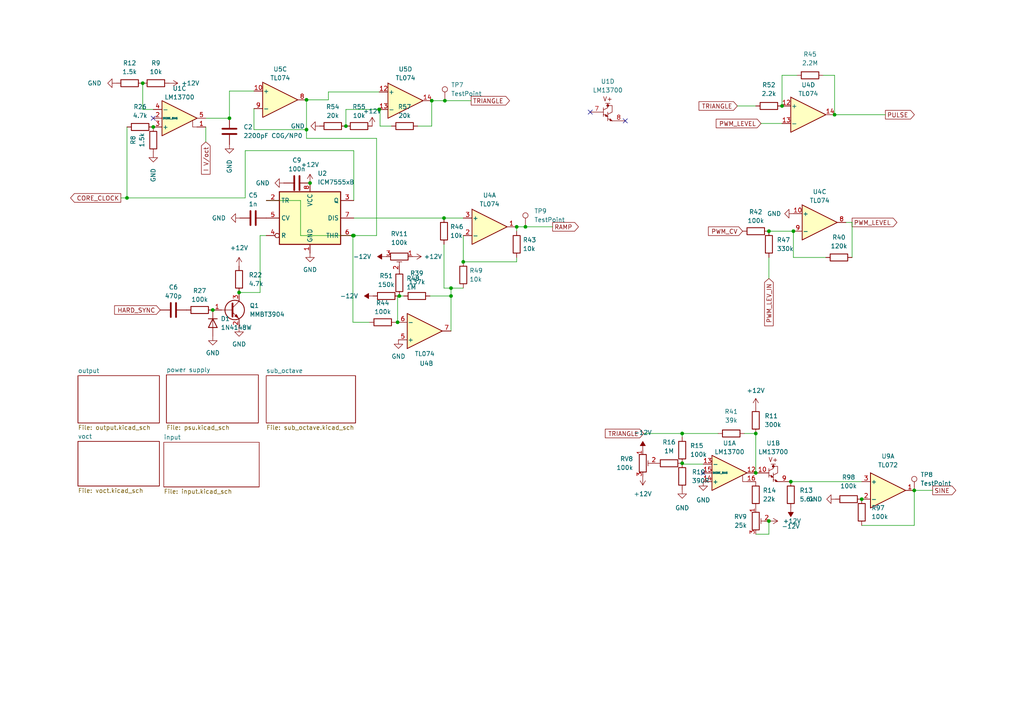
<source format=kicad_sch>
(kicad_sch (version 20250114) (generator "eeschema") (generator_version "9.0")
  (paper "A4")
  (lib_symbols
    (symbol "Amplifier_Operational:LM13700" (pin_names (offset 0.127))
      (property "Reference" "U" (at 3.81 5.08 0))
      (property "Value" "LM13700" (at 5.08 -5.08 0))
      (symbol "LM13700_1_1"
        (polyline (pts (xy 3.81 -0.635) (xy 3.81 -2.54) (xy 5.08 -2.54)))
        (polyline (pts (xy 5.08 0) (xy -5.08 -5.08) (xy -5.08 5.08) (xy 5.08 0)) (stroke (width 0.254)) (fill (type background)))
        (pin input line (at -7.62 2.54 0) (length 2.54) (name "-") (number "13"))
        (pin input line (at -7.62 0 0) (length 2.54) (name "DIODE_BIAS") (number "15"))
        (pin input line (at -7.62 -2.54 0) (length 2.54) (name "+") (number "14"))
        (pin output line (at 7.62 0 180) (length 2.54) (name "~") (number "12"))
        (pin input line (at 7.62 -2.54 180) (length 2.54) (name "~") (number "16"))
      )
      (symbol "LM13700_2_0"
        (polyline (pts (xy -1.905 2.54) (xy -3.175 2.54)))
      )
      (symbol "LM13700_2_1"
        (polyline (pts (xy -3.81 1.27) (xy -3.81 -1.27)))
        (polyline (pts (xy -3.81 0.635) (xy -2.54 1.27) (xy -2.54 1.905) (xy -2.54 2.54)))
        (polyline (pts (xy -3.81 -0.635) (xy -2.54 -1.27)))
        (circle (center -2.54 1.905) (radius 0.254) (stroke (width 0.254)) (fill (type outline)))
        (polyline (pts (xy -2.54 0) (xy -2.54 -2.54)))
        (polyline (pts (xy -2.54 -0.635) (xy -1.27 0) (xy -1.27 1.905) (xy -2.54 1.905)))
        (polyline (pts (xy -2.54 -1.27) (xy -3.175 -0.635) (xy -3.175 -1.27) (xy -2.54 -1.27)) (fill (type outline)))
        (polyline (pts (xy -2.54 -1.905) (xy -1.27 -2.54)))
        (polyline (pts (xy -1.27 -2.54) (xy -1.905 -1.905) (xy -1.905 -2.54) (xy -1.27 -2.54)) (fill (type outline)))
        (text "V+" (at -2.54 3.81 0) (effects (font (size 1.27 1.27))))
        (pin input line (at -7.62 0 0) (length 3.81) (name "~") (number "10"))
        (pin output line (at 2.54 -2.54 180) (length 3.81) (name "~") (number "9"))
      )
      (symbol "LM13700_3_1"
        (polyline (pts (xy 3.81 -0.635) (xy 3.81 -2.54) (xy 5.08 -2.54)))
        (polyline (pts (xy 5.08 0) (xy -5.08 -5.08) (xy -5.08 5.08) (xy 5.08 0)) (stroke (width 0.254)) (fill (type background)))
        (pin input line (at -7.62 2.54 0) (length 2.54) (name "-") (number "4"))
        (pin input line (at -7.62 0 0) (length 2.54) (name "DIODE_BIAS") (number "2"))
        (pin input line (at -7.62 -2.54 0) (length 2.54) (name "+") (number "3"))
        (pin output line (at 7.62 0 180) (length 2.54) (name "~") (number "5"))
        (pin input line (at 7.62 -2.54 180) (length 2.54) (name "~") (number "1"))
      )
      (symbol "LM13700_4_0"
        (polyline (pts (xy -3.175 2.54) (xy -1.905 2.54)))
        (text "V+" (at -2.54 3.81 0) (effects (font (size 1.27 1.27))))
      )
      (symbol "LM13700_4_1"
        (polyline (pts (xy -3.81 1.27) (xy -3.81 -1.27)))
        (polyline (pts (xy -3.81 0.635) (xy -2.54 1.27) (xy -2.54 2.54)))
        (polyline (pts (xy -3.81 -0.635) (xy -2.54 -1.27)))
        (circle (center -2.54 1.905) (radius 0.254) (stroke (width 0.254)) (fill (type outline)))
        (polyline (pts (xy -2.54 0) (xy -2.54 -2.54)))
        (polyline (pts (xy -2.54 -0.635) (xy -1.27 0) (xy -1.27 1.905) (xy -2.54 1.905)))
        (polyline (pts (xy -2.54 -1.27) (xy -3.175 -0.635) (xy -3.175 -1.27) (xy -2.54 -1.27)) (fill (type outline)))
        (polyline (pts (xy -2.54 -1.905) (xy -1.27 -2.54)))
        (polyline (pts (xy -1.27 -2.54) (xy -1.905 -1.905) (xy -1.905 -2.54) (xy -1.27 -2.54)) (fill (type outline)))
        (pin input line (at -7.62 0 0) (length 3.81) (name "~") (number "7"))
        (pin output line (at 2.54 -2.54 180) (length 3.81) (name "~") (number "8"))
      )
      (symbol "LM13700_5_1"
        (pin power_in line (at -2.54 7.62 270) (length 3.81) (name "V+") (number "11"))
        (pin power_in line (at -2.54 -7.62 90) (length 3.81) (name "V-") (number "6"))
      )
    )
    (symbol "Amplifier_Operational:TL072" (pin_names (offset 0.127))
      (property "Reference" "U" (at 0 5.08 0))
      (property "Value" "TL072" (at 0 -5.08 0))
      (symbol "TL072_1_1"
        (polyline (pts (xy -5.08 5.08) (xy 5.08 0) (xy -5.08 -5.08) (xy -5.08 5.08)) (stroke (width 0.254)) (fill (type background)))
        (pin input line (at -7.62 2.54 0) (length 2.54) (name "+") (number "3"))
        (pin input line (at -7.62 -2.54 0) (length 2.54) (name "-") (number "2"))
        (pin output line (at 7.62 0 180) (length 2.54) (name "~") (number "1"))
      )
      (symbol "TL072_2_1"
        (polyline (pts (xy -5.08 5.08) (xy 5.08 0) (xy -5.08 -5.08) (xy -5.08 5.08)) (stroke (width 0.254)) (fill (type background)))
        (pin input line (at -7.62 2.54 0) (length 2.54) (name "+") (number "5"))
        (pin input line (at -7.62 -2.54 0) (length 2.54) (name "-") (number "6"))
        (pin output line (at 7.62 0 180) (length 2.54) (name "~") (number "7"))
      )
      (symbol "TL072_3_1"
        (pin power_in line (at -2.54 7.62 270) (length 3.81) (name "V+") (number "8"))
        (pin power_in line (at -2.54 -7.62 90) (length 3.81) (name "V-") (number "4"))
      )
    )
    (symbol "Amplifier_Operational:TL074" (pin_names (offset 0.127))
      (property "Reference" "U" (at 0 5.08 0))
      (property "Value" "TL074" (at 0 -5.08 0))
      (symbol "TL074_1_1"
        (polyline (pts (xy -5.08 5.08) (xy 5.08 0) (xy -5.08 -5.08) (xy -5.08 5.08)) (stroke (width 0.254)) (fill (type background)))
        (pin input line (at -7.62 2.54 0) (length 2.54) (name "+") (number "3"))
        (pin input line (at -7.62 -2.54 0) (length 2.54) (name "-") (number "2"))
        (pin output line (at 7.62 0 180) (length 2.54) (name "~") (number "1"))
      )
      (symbol "TL074_2_1"
        (polyline (pts (xy -5.08 5.08) (xy 5.08 0) (xy -5.08 -5.08) (xy -5.08 5.08)) (stroke (width 0.254)) (fill (type background)))
        (pin input line (at -7.62 2.54 0) (length 2.54) (name "+") (number "5"))
        (pin input line (at -7.62 -2.54 0) (length 2.54) (name "-") (number "6"))
        (pin output line (at 7.62 0 180) (length 2.54) (name "~") (number "7"))
      )
      (symbol "TL074_3_1"
        (polyline (pts (xy -5.08 5.08) (xy 5.08 0) (xy -5.08 -5.08) (xy -5.08 5.08)) (stroke (width 0.254)) (fill (type background)))
        (pin input line (at -7.62 2.54 0) (length 2.54) (name "+") (number "10"))
        (pin input line (at -7.62 -2.54 0) (length 2.54) (name "-") (number "9"))
        (pin output line (at 7.62 0 180) (length 2.54) (name "~") (number "8"))
      )
      (symbol "TL074_4_1"
        (polyline (pts (xy -5.08 5.08) (xy 5.08 0) (xy -5.08 -5.08) (xy -5.08 5.08)) (stroke (width 0.254)) (fill (type background)))
        (pin input line (at -7.62 2.54 0) (length 2.54) (name "+") (number "12"))
        (pin input line (at -7.62 -2.54 0) (length 2.54) (name "-") (number "13"))
        (pin output line (at 7.62 0 180) (length 2.54) (name "~") (number "14"))
      )
      (symbol "TL074_5_1"
        (pin power_in line (at -2.54 7.62 270) (length 3.81) (name "V+") (number "4"))
        (pin power_in line (at -2.54 -7.62 90) (length 3.81) (name "V-") (number "11"))
      )
    )
    (symbol "Connector:TestPoint" (pin_numbers (hide yes)) (pin_names (offset 0.762) (hide yes))
      (property "Reference" "TP" (at 0 6.858 0))
      (property "Value" "TestPoint" (at 0 5.08 0))
      (symbol "TestPoint_0_1"
        (circle (center 0 3.302) (radius 0.762))
      )
      (symbol "TestPoint_1_1"
        (pin passive line (at 0 0 90) (length 2.54) (name "1") (number "1"))
      )
    )
    (symbol "Device:C" (pin_numbers (hide yes)) (pin_names (offset 0.254))
      (property "Reference" "C" (at 0.635 2.54 0))
      (property "Value" "C" (at 0.635 -2.54 0))
      (symbol "C_0_1"
        (polyline (pts (xy -2.032 0.762) (xy 2.032 0.762)) (stroke (width 0.508)))
        (polyline (pts (xy -2.032 -0.762) (xy 2.032 -0.762)) (stroke (width 0.508)))
      )
      (symbol "C_1_1"
        (pin passive line (at 0 3.81 270) (length 2.794) (name "~") (number "1"))
        (pin passive line (at 0 -3.81 90) (length 2.794) (name "~") (number "2"))
      )
    )
    (symbol "Device:R" (pin_numbers (hide yes)) (pin_names (offset 0))
      (property "Reference" "R" (at 2.032 0 90))
      (property "Value" "R" (at 0 0 90))
      (symbol "R_0_1"
        (rectangle (start -1.016 -2.54) (end 1.016 2.54) (stroke (width 0.254)))
      )
      (symbol "R_1_1"
        (pin passive line (at 0 3.81 270) (length 1.27) (name "~") (number "1"))
        (pin passive line (at 0 -3.81 90) (length 1.27) (name "~") (number "2"))
      )
    )
    (symbol "Device:R_Potentiometer_Trim" (pin_names (offset 1.016) (hide yes))
      (property "Reference" "RV" (at -4.445 0 90))
      (property "Value" "R_Potentiometer_Trim" (at -2.54 0 90))
      (symbol "R_Potentiometer_Trim_0_1"
        (rectangle (start 1.016 2.54) (end -1.016 -2.54) (stroke (width 0.254)))
        (polyline (pts (xy 1.524 0.762) (xy 1.524 -0.762)))
        (polyline (pts (xy 2.54 0) (xy 1.524 0)))
      )
      (symbol "R_Potentiometer_Trim_1_1"
        (pin passive line (at 0 3.81 270) (length 1.27) (name "1") (number "1"))
        (pin passive line (at 0 -3.81 90) (length 1.27) (name "3") (number "3"))
        (pin passive line (at 3.81 0 180) (length 1.27) (name "2") (number "2"))
      )
    )
    (symbol "Diode:1N4148W" (pin_numbers (hide yes)) (pin_names (hide yes))
      (property "Reference" "D" (at 0 2.54 0))
      (property "Value" "1N4148W" (at 0 -2.54 0))
      (symbol "1N4148W_0_1"
        (polyline (pts (xy -1.27 1.27) (xy -1.27 -1.27)) (stroke (width 0.254)))
        (polyline (pts (xy 1.27 1.27) (xy 1.27 -1.27) (xy -1.27 0) (xy 1.27 1.27)) (stroke (width 0.254)))
        (polyline (pts (xy 1.27 0) (xy -1.27 0)))
      )
      (symbol "1N4148W_1_1"
        (pin passive line (at -3.81 0 0) (length 2.54) (name "K") (number "1"))
        (pin passive line (at 3.81 0 180) (length 2.54) (name "A") (number "2"))
      )
    )
    (symbol "EuroRackTools:+12V" (power) (pin_names (offset 0))
      (property "Value" "+12V" (at 0 3.556 0))
      (symbol "+12V_0_1"
        (polyline (pts (xy -0.762 1.27) (xy 0 2.54)))
        (polyline (pts (xy 0 2.54) (xy 0.762 1.27)))
        (polyline (pts (xy 0 0) (xy 0 2.54)))
      )
      (symbol "+12V_1_1"
        (pin power_in line (at 0 0 90) (length 0) (hide yes) (name "+12V") (number "1"))
      )
    )
    (symbol "EuroRackTools:-12V" (power) (pin_names (offset 0))
      (property "Value" "-12V" (at 0 3.81 0))
      (symbol "-12V_0_0"
        (pin power_in line (at 0 0 90) (length 0) (hide yes) (name "-12V") (number "1"))
      )
      (symbol "-12V_0_1"
        (polyline (pts (xy 0 0) (xy 0 1.27) (xy 0.762 1.27) (xy 0 2.54) (xy -0.762 1.27) (xy 0 1.27)) (fill (type outline)))
      )
    )
    (symbol "EuroRackTools:GND" (power) (pin_names (offset 0))
      (property "Value" "GND" (at 0 -3.81 0))
      (symbol "GND_0_1"
        (polyline (pts (xy 0 0) (xy 0 -1.27) (xy 1.27 -1.27) (xy 0 -2.54) (xy -1.27 -1.27) (xy 0 -1.27)))
      )
      (symbol "GND_1_1"
        (pin power_in line (at 0 0 270) (length 0) (hide yes) (name "GND") (number "1"))
      )
    )
    (symbol "Timer:ICM7555xB"
      (property "Reference" "U" (at -10.16 8.89 0))
      (property "Value" "ICM7555xB" (at 2.54 8.89 0))
      (symbol "ICM7555xB_0_0"
        (pin power_in line (at 0 10.16 270) (length 2.54) (name "VCC") (number "8"))
        (pin power_in line (at 0 -10.16 90) (length 2.54) (name "GND") (number "1"))
      )
      (symbol "ICM7555xB_0_1"
        (rectangle (start -8.89 -7.62) (end 8.89 7.62) (stroke (width 0.254)) (fill (type background)))
        (rectangle (start -8.89 -7.62) (end 8.89 7.62) (stroke (width 0.254)) (fill (type background)))
      )
      (symbol "ICM7555xB_1_1"
        (pin input line (at -12.7 5.08 0) (length 3.81) (name "TR") (number "2"))
        (pin input line (at -12.7 0 0) (length 3.81) (name "CV") (number "5"))
        (pin input inverted (at -12.7 -5.08 0) (length 3.81) (name "R") (number "4"))
        (pin output line (at 12.7 5.08 180) (length 3.81) (name "Q") (number "3"))
        (pin input line (at 12.7 0 180) (length 3.81) (name "DIS") (number "7"))
        (pin input line (at 12.7 -5.08 180) (length 3.81) (name "THR") (number "6"))
      )
    )
    (symbol "Transistor_BJT:MMBT3904" (pin_names (offset 0) (hide yes))
      (property "Reference" "Q" (at 5.08 1.905 0))
      (property "Value" "MMBT3904" (at 5.08 0 0))
      (symbol "MMBT3904_0_1"
        (polyline (pts (xy -2.54 0) (xy 0.635 0)))
        (polyline (pts (xy 0.635 1.905) (xy 0.635 -1.905)) (stroke (width 0.508)))
        (circle (center 1.27 0) (radius 2.8194) (stroke (width 0.254)))
      )
      (symbol "MMBT3904_1_1"
        (polyline (pts (xy 0.635 0.635) (xy 2.54 2.54)))
        (polyline (pts (xy 0.635 -0.635) (xy 2.54 -2.54)))
        (polyline (pts (xy 1.27 -1.778) (xy 1.778 -1.27) (xy 2.286 -2.286) (xy 1.27 -1.778)) (fill (type outline)))
        (pin input line (at -5.08 0 0) (length 2.54) (name "B") (number "1"))
        (pin passive line (at 2.54 5.08 270) (length 2.54) (name "C") (number "3"))
        (pin passive line (at 2.54 -5.08 90) (length 2.54) (name "E") (number "2"))
      )
    )
  )
  (junction (at 197.866 125.73))
  (junction (at 226.822 30.734))
  (junction (at 128.778 63.246))
  (junction (at 100.33 36.576))
  (junction (at 130.81 83.566))
  (junction (at 130.81 85.852))
  (junction (at 115.316 93.472))
  (junction (at 223.012 67.056))
  (junction (at 109.982 31.75))
  (junction (at 219.202 137.16))
  (junction (at 149.86 65.786))
  (junction (at 230.124 67.056))
  (junction (at 134.366 75.946))
  (junction (at 44.45 36.83))
  (junction (at 129.032 29.21))
  (junction (at 223.012 151.13))
  (junction (at 61.722 89.916))
  (junction (at 88.9 28.956))
  (junction (at 102.362 68.326))
  (junction (at 249.936 144.78))
  (junction (at 41.402 24.13))
  (junction (at 229.362 139.7))
  (junction (at 265.176 142.24))
  (junction (at 125.222 29.21))
  (junction (at 219.202 125.73))
  (junction (at 69.342 84.836))
  (junction (at 102.616 68.326))
  (junction (at 89.916 53.086))
  (junction (at 88.9 37.592))
  (junction (at 115.824 85.852))
  (junction (at 242.062 33.274))
  (junction (at 152.4 65.786))
  (junction (at 36.83 57.404))
  (junction (at 197.866 134.366))
  (junction (at 66.548 34.29))
  (no_connect (at 203.962 137.16))
  (no_connect (at 181.356 35.052))
  (no_connect (at 171.196 32.512))
  (no_connect (at 44.45 34.29))
  (wire (pts (xy 102.616 43.688) (xy 71.12 43.688)))
  (wire (pts (xy 213.868 30.734) (xy 219.202 30.734)))
  (wire (pts (xy 226.822 21.844) (xy 231.14 21.844)))
  (wire (pts (xy 114.808 93.472) (xy 115.316 93.472)))
  (wire (pts (xy 230.124 74.676) (xy 230.124 67.056)))
  (wire (pts (xy 226.822 30.734) (xy 226.822 21.844)))
  (wire (pts (xy 110.236 36.576) (xy 110.236 31.75)))
  (wire (pts (xy 197.866 125.73) (xy 208.28 125.73)))
  (wire (pts (xy 115.316 93.472) (xy 115.57 93.472)))
  (wire (pts (xy 121.158 36.576) (xy 125.222 36.576)))
  (wire (pts (xy 149.86 65.786) (xy 152.4 65.786)))
  (wire (pts (xy 223.012 74.676) (xy 223.012 80.772)))
  (wire (pts (xy 115.824 85.852) (xy 117.094 85.852)))
  (wire (pts (xy 102.616 58.166) (xy 102.616 43.688)))
  (wire (pts (xy 87.1787 68.326) (xy 102.362 68.326)))
  (wire (pts (xy 249.936 152.4) (xy 265.176 152.4)))
  (wire (pts (xy 102.362 68.326) (xy 102.616 68.326)))
  (wire (pts (xy 242.062 21.844) (xy 242.062 33.274)))
  (wire (pts (xy 66.548 26.416) (xy 66.548 34.29)))
  (wire (pts (xy 69.342 84.836) (xy 75.438 84.836)))
  (wire (pts (xy 73.66 26.416) (xy 66.548 26.416)))
  (wire (pts (xy 110.236 31.75) (xy 109.982 31.75)))
  (wire (pts (xy 129.032 29.21) (xy 136.652 29.21)))
  (wire (pts (xy 109.22 68.326) (xy 109.22 40.132)))
  (wire (pts (xy 73.66 37.592) (xy 88.9 37.592)))
  (wire (pts (xy 125.222 36.576) (xy 125.222 29.21)))
  (wire (pts (xy 229.362 139.7) (xy 249.936 139.7)))
  (wire (pts (xy 219.202 154.94) (xy 223.012 154.94)))
  (wire (pts (xy 44.45 31.75) (xy 41.402 31.75)))
  (wire (pts (xy 215.9 125.73) (xy 219.202 125.73)))
  (wire (pts (xy 223.012 154.94) (xy 223.012 151.13)))
  (wire (pts (xy 35.052 57.404) (xy 36.83 57.404)))
  (wire (pts (xy 71.12 57.404) (xy 36.83 57.404)))
  (wire (pts (xy 102.616 63.246) (xy 128.778 63.246)))
  (wire (pts (xy 203.962 134.62) (xy 197.866 134.62)))
  (wire (pts (xy 102.616 68.326) (xy 109.22 68.326)))
  (wire (pts (xy 220.726 35.814) (xy 226.822 35.814)))
  (wire (pts (xy 115.316 85.852) (xy 115.824 85.852)))
  (wire (pts (xy 245.364 64.516) (xy 247.142 64.516)))
  (wire (pts (xy 134.366 75.946) (xy 134.366 68.326)))
  (wire (pts (xy 265.176 152.4) (xy 265.176 142.24)))
  (wire (pts (xy 247.142 64.516) (xy 247.142 74.676)))
  (wire (pts (xy 88.9 40.132) (xy 88.9 37.592)))
  (wire (pts (xy 36.83 57.404) (xy 36.83 36.83)))
  (wire (pts (xy 109.982 31.75) (xy 100.33 31.75)))
  (wire (pts (xy 149.606 65.786) (xy 149.86 65.786)))
  (wire (pts (xy 73.66 31.496) (xy 73.66 37.592)))
  (wire (pts (xy 124.714 85.852) (xy 130.81 85.852)))
  (wire (pts (xy 265.176 142.24) (xy 270.51 142.24)))
  (wire (pts (xy 115.316 93.472) (xy 115.316 85.852)))
  (wire (pts (xy 71.12 43.688) (xy 71.12 57.404)))
  (wire (pts (xy 128.778 70.866) (xy 128.778 83.566)))
  (wire (pts (xy 223.012 67.056) (xy 230.124 67.056)))
  (wire (pts (xy 59.69 34.29) (xy 66.548 34.29)))
  (wire (pts (xy 242.062 33.274) (xy 256.794 33.274)))
  (wire (pts (xy 109.982 26.67) (xy 95.25 26.67)))
  (wire (pts (xy 128.778 63.246) (xy 134.366 63.246)))
  (wire (pts (xy 41.402 31.75) (xy 41.402 24.13)))
  (wire (pts (xy 75.438 68.326) (xy 75.438 84.836)))
  (wire (pts (xy 152.4 65.786) (xy 160.274 65.786)))
  (wire (pts (xy 59.69 36.83) (xy 59.69 41.148)))
  (wire (pts (xy 109.22 40.132) (xy 88.9 40.132)))
  (wire (pts (xy 88.9 28.956) (xy 95.25 28.956)))
  (wire (pts (xy 95.25 26.67) (xy 95.25 28.956)))
  (wire (pts (xy 130.81 83.566) (xy 130.81 85.852)))
  (wire (pts (xy 197.866 125.73) (xy 197.866 126.746)))
  (wire (pts (xy 125.222 29.21) (xy 129.032 29.21)))
  (wire (pts (xy 113.538 36.576) (xy 110.236 36.576)))
  (wire (pts (xy 100.33 31.75) (xy 100.33 36.576)))
  (wire (pts (xy 238.76 21.844) (xy 242.062 21.844)))
  (wire (pts (xy 239.522 74.676) (xy 230.124 74.676)))
  (wire (pts (xy 102.362 68.326) (xy 102.362 93.472)))
  (wire (pts (xy 128.778 83.566) (xy 130.81 83.566)))
  (wire (pts (xy 130.81 85.852) (xy 130.81 96.012)))
  (wire (pts (xy 149.86 65.786) (xy 149.86 67.056)))
  (wire (pts (xy 149.86 74.676) (xy 149.86 75.946)))
  (wire (pts (xy 134.366 75.946) (xy 149.86 75.946)))
  (wire (pts (xy 219.202 125.73) (xy 219.202 137.16)))
  (wire (pts (xy 130.81 83.566) (xy 134.366 83.566)))
  (wire (pts (xy 77.216 68.326) (xy 75.438 68.326)))
  (wire (pts (xy 102.362 93.472) (xy 107.188 93.472)))
  (wire (pts (xy 186.69 125.73) (xy 197.866 125.73)))
  (wire (pts (xy 87.1787 68.326) (xy 87.1787 58.166)))
  (wire (pts (xy 88.9 37.592) (xy 88.9 28.956)))
  (wire (pts (xy 197.866 134.62) (xy 197.866 134.366)))
  (wire (pts (xy 87.1787 58.166) (xy 77.216 58.166)))
  (global_label "RAMP" (shape output) (at 160.274 65.786 0) (property "Intersheetrefs" "${INTERSHEET_REFS}" (effects (hide yes))))
  (global_label "TRIANGLE" (shape input) (at 213.868 30.734 180) (property "Intersheetrefs" "${INTERSHEET_REFS}" (effects (hide yes))))
  (global_label "PWM_LEVEL" (shape input) (at 220.726 35.814 180) (property "Intersheetrefs" "${INTERSHEET_REFS}" (effects (hide yes))))
  (global_label "PWM_LEV_IN" (shape input) (at 223.012 80.772 270) (property "Intersheetrefs" "${INTERSHEET_REFS}" (effects (hide yes))))
  (global_label "TRIANGLE" (shape input) (at 186.69 125.73 180) (property "Intersheetrefs" "${INTERSHEET_REFS}" (effects (hide yes))))
  (global_label "CORE_CLOCK" (shape output) (at 35.052 57.404 180) (property "Intersheetrefs" "${INTERSHEET_REFS}" (effects (hide yes))))
  (global_label "PWM_LEVEL" (shape output) (at 247.142 64.516 0) (property "Intersheetrefs" "${INTERSHEET_REFS}" (effects (hide yes))))
  (global_label "PWM_CV" (shape input) (at 215.392 67.056 180) (property "Intersheetrefs" "${INTERSHEET_REFS}" (effects (hide yes))))
  (global_label "SINE" (shape output) (at 270.51 142.24 0) (property "Intersheetrefs" "${INTERSHEET_REFS}" (effects (hide yes))))
  (global_label "TRIANGLE" (shape output) (at 136.652 29.21 0) (property "Intersheetrefs" "${INTERSHEET_REFS}" (effects (hide yes))))
  (global_label "I V{slash}oct" (shape input) (at 59.69 41.148 270) (property "Intersheetrefs" "${INTERSHEET_REFS}" (effects (hide yes))))
  (global_label "HARD_SYNC" (shape input) (at 46.482 89.916 180) (property "Intersheetrefs" "${INTERSHEET_REFS}" (effects (hide yes))))
  (global_label "PULSE" (shape output) (at 256.794 33.274 0) (property "Intersheetrefs" "${INTERSHEET_REFS}" (effects (hide yes))))
  (symbol (lib_id "Device:R") (at 243.332 74.676 270) (unit 1)
    (property "Reference" "R40" (at 243.332 68.834 90))
    (property "Value" "120k" (at 243.332 71.374 90))
    (property "Footprint" "Resistor_SMD:R_0603_1608Metric_Pad0.98x0.95mm_HandSolder" (effects (hide yes)))
    (property "Description" "Resistor" (effects (hide yes)))
  )
  (symbol (lib_id "Device:R") (at 115.824 82.042 180) (unit 1)
    (property "Reference" "R48" (at 117.856 80.7719 0) (effects (justify right)))
    (property "Value" "1M" (at 117.856 83.3119 0) (effects (justify right)))
    (property "Footprint" "Resistor_SMD:R_0603_1608Metric_Pad0.98x0.95mm_HandSolder" (effects (hide yes)))
    (property "Description" "Resistor" (effects (hide yes)))
  )
  (symbol (lib_id "Device:R") (at 104.14 36.576 90) (unit 1)
    (property "Reference" "R55" (at 104.14 30.988 90))
    (property "Value" "10k" (at 104.14 33.528 90))
    (property "Footprint" "Resistor_SMD:R_0603_1608Metric_Pad0.98x0.95mm_HandSolder" (effects (hide yes)))
    (property "Description" "Resistor" (effects (hide yes)))
  )
  (symbol (lib_id "Device:R_Potentiometer_Trim") (at 115.824 74.422 270) (unit 1)
    (property "Reference" "RV11" (at 115.824 67.818 90))
    (property "Value" "100k" (at 115.824 70.358 90))
    (property "Footprint" "Potentiometer_SMD:Potentiometer_Bourns_3214X_Vertical" (effects (hide yes)))
    (property "Description" "Ramp Connect" (effects (hide yes)))
  )
  (symbol (lib_id "EuroRackTools:+12V") (at 107.95 36.576 0) (unit 1)
    (property "Reference" "#PWR040" (effects (hide yes)))
    (property "Value" "+12V" (at 107.95 32.258 0))
    (property "Description" "Power symbol creates a global label with name \"+12V\"" (effects (hide yes)))
  )
  (symbol (lib_id "Device:R") (at 120.904 85.852 90) (unit 1)
    (property "Reference" "R39" (at 120.904 79.248 90))
    (property "Value" "137k" (at 120.904 81.788 90))
    (property "Footprint" "Resistor_SMD:R_0603_1608Metric_Pad0.98x0.95mm_HandSolder" (effects (hide yes)))
    (property "Description" "Resistor" (effects (hide yes)))
  )
  (symbol (lib_id "EuroRackTools:+12V") (at 49.022 24.13 270) (unit 1)
    (property "Reference" "#PWR036" (effects (hide yes)))
    (property "Value" "+12V" (at 52.578 24.1299 90) (effects (justify left)))
    (property "Description" "Power symbol creates a global label with name \"+12V\"" (effects (hide yes)))
  )
  (symbol (lib_id "EuroRackTools:GND") (at 92.71 36.576 270) (unit 1)
    (property "Reference" "#PWR039" (effects (hide yes)))
    (property "Value" "GND" (at 88.392 36.5759 90) (effects (justify right)))
    (property "Description" "Power symbol creates a global label with name \"GND\" , ground" (effects (hide yes)))
  )
  (symbol (lib_id "Amplifier_Operational:LM13700") (at 211.582 137.16 0) (unit 1)
    (property "Reference" "U1" (at 211.582 128.524 0))
    (property "Value" "LM13700" (at 211.582 131.064 0))
    (property "Footprint" "Package_SO:SOIC-16_3.9x9.9mm_P1.27mm" (effects (hide yes)))
    (property "Datasheet" "http://www.ti.com/lit/ds/symlink/lm13700.pdf" (effects (hide yes)))
    (property "Description" "Dual Operational Transconductance Amplifiers with Linearizing Diodes and Buffers, DIP-16/SOIC-16" (effects (hide yes)))
  )
  (symbol (lib_id "Device:R") (at 112.014 85.852 90) (unit 1)
    (property "Reference" "R51" (at 112.014 80.01 90))
    (property "Value" "150k" (at 112.014 82.55 90))
    (property "Footprint" "Resistor_SMD:R_0603_1608Metric_Pad0.98x0.95mm_HandSolder" (effects (hide yes)))
    (property "Description" "Resistor" (effects (hide yes)))
  )
  (symbol (lib_id "Device:R") (at 197.866 138.176 180) (unit 1)
    (property "Reference" "R10" (at 200.66 136.9059 0) (effects (justify right)))
    (property "Value" "390R" (at 200.66 139.4459 0) (effects (justify right)))
    (property "Footprint" "Resistor_SMD:R_0603_1608Metric_Pad0.98x0.95mm_HandSolder" (effects (hide yes)))
    (property "Description" "Resistor" (effects (hide yes)))
  )
  (symbol (lib_id "EuroRackTools:GND") (at 82.296 53.086 270) (unit 1)
    (property "Reference" "#PWR013" (effects (hide yes)))
    (property "Value" "GND" (at 78.232 53.0859 90) (effects (justify right)))
    (property "Description" "Power symbol creates a global label with name \"GND\" , ground" (effects (hide yes)))
  )
  (symbol (lib_id "Device:R") (at 219.202 67.056 90) (unit 1)
    (property "Reference" "R42" (at 219.202 61.468 90))
    (property "Value" "100k" (at 219.202 64.008 90))
    (property "Footprint" "Resistor_SMD:R_0603_1608Metric_Pad0.98x0.95mm_HandSolder" (effects (hide yes)))
    (property "Description" "Resistor" (effects (hide yes)))
  )
  (symbol (lib_id "Device:R") (at 45.212 24.13 270) (unit 1)
    (property "Reference" "R9" (at 45.212 18.288 90))
    (property "Value" "10k" (at 45.212 20.828 90))
    (property "Footprint" "Resistor_SMD:R_0603_1608Metric_Pad0.98x0.95mm_HandSolder" (effects (hide yes)))
    (property "Description" "Resistor" (effects (hide yes)))
  )
  (symbol (lib_id "Device:C") (at 86.106 53.086 90) (unit 1)
    (property "Reference" "C9" (at 86.106 46.482 90))
    (property "Value" "100n" (at 86.106 49.022 90))
    (property "Footprint" "Capacitor_SMD:C_0603_1608Metric_Pad1.08x0.95mm_HandSolder" (effects (hide yes)))
    (property "Description" "Unpolarized capacitor" (effects (hide yes)))
  )
  (symbol (lib_id "Diode:1N4148W") (at 61.722 93.726 270) (unit 1)
    (property "Reference" "D1" (at 64.008 92.4559 90) (effects (justify left)))
    (property "Value" "1N4148W" (at 64.008 94.9959 90) (effects (justify left)))
    (property "Footprint" "Diode_SMD:D_SOD-123" (effects (hide yes)))
    (property "Datasheet" "https://www.vishay.com/docs/85748/1n4148w.pdf" (effects (hide yes)))
    (property "Description" "75V 0.15A Fast Switching Diode, SOD-123" (effects (hide yes)))
    (property "Sim.Device" "D" (effects (hide yes)))
    (property "Sim.Pins" "1=K 2=A" (effects (hide yes)))
  )
  (symbol (lib_id "EuroRackTools:+12V") (at 219.202 118.11 0) (unit 1)
    (property "Reference" "#PWR042" (effects (hide yes)))
    (property "Value" "+12V" (at 219.202 113.284 0))
    (property "Description" "Power symbol creates a global label with name \"+12V\"" (effects (hide yes)))
  )
  (symbol (lib_id "Device:R") (at 229.362 143.51 0) (unit 1)
    (property "Reference" "R13" (at 231.902 142.2399 0) (effects (justify left)))
    (property "Value" "5.6k" (at 231.902 144.7799 0) (effects (justify left)))
    (property "Footprint" "Resistor_SMD:R_0603_1608Metric_Pad0.98x0.95mm_HandSolder" (effects (hide yes)))
    (property "Description" "Resistor" (effects (hide yes)))
  )
  (symbol (lib_id "Amplifier_Operational:TL074") (at 123.19 96.012 0) (mirror x) (unit 2)
    (property "Reference" "U4" (at 123.698 105.41 0))
    (property "Value" "TL074" (at 123.19 102.616 0))
    (property "Footprint" "Package_SO:SOIC-14_3.9x8.7mm_P1.27mm" (effects (hide yes)))
    (property "Datasheet" "http://www.ti.com/lit/ds/symlink/tl071.pdf" (effects (hide yes)))
    (property "Description" "Quad Low-Noise JFET-Input Operational Amplifiers, DIP-14/SOIC-14" (effects (hide yes)))
  )
  (symbol (lib_id "EuroRackTools:GND") (at 115.57 98.552 0) (unit 1)
    (property "Reference" "#PWR04" (effects (hide yes)))
    (property "Value" "GND" (at 115.57 103.378 0))
    (property "Description" "Power symbol creates a global label with name \"GND\" , ground" (effects (hide yes)))
  )
  (symbol (lib_id "EuroRackTools:GND") (at 33.782 24.13 270) (unit 1)
    (property "Reference" "#PWR035" (effects (hide yes)))
    (property "Value" "GND" (at 29.464 24.1299 90) (effects (justify right)))
    (property "Description" "Power symbol creates a global label with name \"GND\" , ground" (effects (hide yes)))
  )
  (symbol (lib_id "EuroRackTools:+12V") (at 89.916 53.086 0) (unit 1)
    (property "Reference" "#PWR02" (effects (hide yes)))
    (property "Value" "+12V" (at 89.916 47.7663 0))
    (property "Description" "Power symbol creates a global label with name \"+12V\"" (effects (hide yes)))
  )
  (symbol (lib_id "EuroRackTools:+12V") (at 223.012 151.13 270) (unit 1)
    (property "Reference" "#PWR047" (effects (hide yes)))
    (property "Value" "+12V" (at 227.076 151.1299 90) (effects (justify left)))
    (property "Description" "Power symbol creates a global label with name \"+12V\"" (effects (hide yes)))
  )
  (symbol (lib_id "Amplifier_Operational:TL074") (at 117.602 29.21 0) (unit 4)
    (property "Reference" "U5" (at 117.602 20.066 0))
    (property "Value" "TL074" (at 117.602 22.606 0))
    (property "Footprint" "Package_SO:SOIC-14_3.9x8.7mm_P1.27mm" (effects (hide yes)))
    (property "Datasheet" "http://www.ti.com/lit/ds/symlink/tl071.pdf" (effects (hide yes)))
    (property "Description" "Quad Low-Noise JFET-Input Operational Amplifiers, DIP-14/SOIC-14" (effects (hide yes)))
  )
  (symbol (lib_id "Amplifier_Operational:LM13700") (at 52.07 34.29 0) (unit 3)
    (property "Reference" "U1" (at 52.07 25.654 0))
    (property "Value" "LM13700" (at 52.07 28.194 0))
    (property "Footprint" "Package_SO:SOIC-16_3.9x9.9mm_P1.27mm" (effects (hide yes)))
    (property "Datasheet" "http://www.ti.com/lit/ds/symlink/lm13700.pdf" (effects (hide yes)))
    (property "Description" "Dual Operational Transconductance Amplifiers with Linearizing Diodes and Buffers, DIP-16/SOIC-16" (effects (hide yes)))
  )
  (symbol (lib_id "Device:R") (at 246.126 144.78 90) (unit 1)
    (property "Reference" "R98" (at 246.126 138.43 90))
    (property "Value" "100k" (at 246.126 140.97 90))
    (property "Footprint" "Resistor_SMD:R_0603_1608Metric_Pad0.98x0.95mm_HandSolder" (effects (hide yes)))
    (property "Description" "Resistor" (effects (hide yes)))
  )
  (symbol (lib_id "Device:R") (at 234.95 21.844 90) (unit 1)
    (property "Reference" "R45" (at 234.95 15.748 90))
    (property "Value" "2.2M" (at 234.95 18.288 90))
    (property "Footprint" "Resistor_SMD:R_0603_1608Metric_Pad0.98x0.95mm_HandSolder" (effects (hide yes)))
    (property "Description" "Resistor" (effects (hide yes)))
  )
  (symbol (lib_id "Device:R") (at 96.52 36.576 90) (unit 1)
    (property "Reference" "R54" (at 96.52 30.988 90))
    (property "Value" "20k" (at 96.52 33.528 90))
    (property "Footprint" "Resistor_SMD:R_0603_1608Metric_Pad0.98x0.95mm_HandSolder" (effects (hide yes)))
    (property "Description" "Resistor" (effects (hide yes)))
  )
  (symbol (lib_id "Device:C") (at 50.292 89.916 90) (unit 1)
    (property "Reference" "C6" (at 50.292 83.312 90))
    (property "Value" "470p" (at 50.292 85.852 90))
    (property "Footprint" "Capacitor_SMD:C_0603_1608Metric_Pad1.08x0.95mm_HandSolder" (effects (hide yes)))
    (property "Description" "Unpolarized capacitor" (effects (hide yes)))
  )
  (symbol (lib_id "Device:R_Potentiometer_Trim") (at 219.202 151.13 0) (unit 1)
    (property "Reference" "RV9" (at 216.662 149.8599 0) (effects (justify right)))
    (property "Value" "25k" (at 216.662 152.3999 0) (effects (justify right)))
    (property "Footprint" "Potentiometer_SMD:Potentiometer_Bourns_3214X_Vertical" (effects (hide yes)))
    (property "Description" "Sine Round" (effects (hide yes)))
  )
  (symbol (lib_id "Amplifier_Operational:TL074") (at 141.986 65.786 0) (unit 1)
    (property "Reference" "U4" (at 141.986 56.642 0))
    (property "Value" "TL074" (at 141.986 59.182 0))
    (property "Footprint" "Package_SO:SOIC-14_3.9x8.7mm_P1.27mm" (effects (hide yes)))
    (property "Datasheet" "http://www.ti.com/lit/ds/symlink/tl071.pdf" (effects (hide yes)))
    (property "Description" "Quad Low-Noise JFET-Input Operational Amplifiers, DIP-14/SOIC-14" (effects (hide yes)))
  )
  (symbol (lib_id "EuroRackTools:GND") (at 44.45 44.45 0) (unit 1)
    (property "Reference" "#PWR037" (effects (hide yes)))
    (property "Value" "GND" (at 44.4499 48.768 90) (effects (justify right)))
    (property "Description" "Power symbol creates a global label with name \"GND\" , ground" (effects (hide yes)))
  )
  (symbol (lib_id "EuroRackTools:+12V") (at 69.342 77.216 0) (unit 1)
    (property "Reference" "#PWR017" (effects (hide yes)))
    (property "Value" "+12V" (at 69.342 71.8963 0))
    (property "Description" "Power symbol creates a global label with name \"+12V\"" (effects (hide yes)))
  )
  (symbol (lib_id "EuroRackTools:GND") (at 203.962 139.7 0) (unit 1)
    (property "Reference" "#PWR043" (effects (hide yes)))
    (property "Value" "GND" (at 203.962 145.034 0))
    (property "Description" "Power symbol creates a global label with name \"GND\" , ground" (effects (hide yes)))
  )
  (symbol (lib_id "Device:R") (at 212.09 125.73 270) (unit 1)
    (property "Reference" "R41" (at 212.09 119.38 90))
    (property "Value" "39k" (at 212.09 121.92 90))
    (property "Footprint" "Resistor_SMD:R_0603_1608Metric_Pad0.98x0.95mm_HandSolder" (effects (hide yes)))
    (property "Description" "Resistor" (effects (hide yes)))
  )
  (symbol (lib_id "EuroRackTools:GND") (at 242.316 144.78 270) (unit 1)
    (property "Reference" "#PWR098" (effects (hide yes)))
    (property "Value" "GND" (at 238.506 144.7799 90) (effects (justify right)))
    (property "Description" "Power symbol creates a global label with name \"GND\" , ground" (effects (hide yes)))
  )
  (symbol (lib_id "Device:R") (at 37.592 24.13 270) (unit 1)
    (property "Reference" "R12" (at 37.592 18.288 90))
    (property "Value" "1.5k" (at 37.592 20.828 90))
    (property "Footprint" "Resistor_SMD:R_0603_1608Metric_Pad0.98x0.95mm_HandSolder" (effects (hide yes)))
    (property "Description" "Resistor" (effects (hide yes)))
  )
  (symbol (lib_id "Device:R") (at 219.202 121.92 0) (unit 1)
    (property "Reference" "R11" (at 221.742 120.6499 0) (effects (justify left)))
    (property "Value" "300k" (at 221.742 123.1899 0) (effects (justify left)))
    (property "Footprint" "Resistor_SMD:R_0603_1608Metric_Pad0.98x0.95mm_HandSolder" (effects (hide yes)))
    (property "Description" "Resistor" (effects (hide yes)))
  )
  (symbol (lib_id "Device:R") (at 134.366 79.756 180) (unit 1)
    (property "Reference" "R49" (at 136.144 78.4859 0) (effects (justify right)))
    (property "Value" "10k" (at 136.144 81.0259 0) (effects (justify right)))
    (property "Footprint" "Resistor_SMD:R_0603_1608Metric_Pad0.98x0.95mm_HandSolder" (effects (hide yes)))
    (property "Description" "Resistor" (effects (hide yes)))
  )
  (symbol (lib_id "EuroRackTools:GND") (at 230.124 61.976 270) (unit 1)
    (property "Reference" "#PWR012" (effects (hide yes)))
    (property "Value" "GND" (at 226.568 61.9759 90) (effects (justify right)))
    (property "Description" "Power symbol creates a global label with name \"GND\" , ground" (effects (hide yes)))
  )
  (symbol (lib_id "EuroRackTools:GND") (at 61.722 97.536 0) (unit 1)
    (property "Reference" "#PWR016" (effects (hide yes)))
    (property "Value" "GND" (at 61.722 102.362 0))
    (property "Description" "Power symbol creates a global label with name \"GND\" , ground" (effects (hide yes)))
  )
  (symbol (lib_id "Amplifier_Operational:LM13700") (at 178.816 32.512 0) (unit 4)
    (property "Reference" "U1" (at 176.276 23.622 0))
    (property "Value" "LM13700" (at 176.276 26.162 0))
    (property "Footprint" "Package_SO:SOIC-16_3.9x9.9mm_P1.27mm" (effects (hide yes)))
    (property "Datasheet" "http://www.ti.com/lit/ds/symlink/lm13700.pdf" (effects (hide yes)))
    (property "Description" "Dual Operational Transconductance Amplifiers with Linearizing Diodes and Buffers, DIP-16/SOIC-16" (effects (hide yes)))
  )
  (symbol (lib_id "EuroRackTools:+12V") (at 186.436 138.176 180) (unit 1)
    (property "Reference" "#PWR046" (effects (hide yes)))
    (property "Value" "+12V" (at 186.436 143.256 0))
    (property "Description" "Power symbol creates a global label with name \"+12V\"" (effects (hide yes)))
  )
  (symbol (lib_id "EuroRackTools:GND") (at 69.596 63.246 270) (unit 1)
    (property "Reference" "#PWR03" (effects (hide yes)))
    (property "Value" "GND" (at 65.532 63.2459 90) (effects (justify right)))
    (property "Description" "Power symbol creates a global label with name \"GND\" , ground" (effects (hide yes)))
  )
  (symbol (lib_id "Connector:TestPoint") (at 152.4 65.786 0) (unit 1)
    (property "Reference" "TP9" (at 154.94 61.2139 0) (effects (justify left)))
    (property "Value" "TestPoint" (at 154.94 63.7539 0) (effects (justify left)))
    (property "Footprint" "Eurorack:TestPoint_Pad_D1.0mm" (effects (hide yes)))
    (property "Description" "test point" (effects (hide yes)))
  )
  (symbol (lib_id "Device:R") (at 57.912 89.916 90) (unit 1)
    (property "Reference" "R27" (at 57.912 84.328 90))
    (property "Value" "100k" (at 57.912 86.868 90))
    (property "Footprint" "Resistor_SMD:R_0603_1608Metric_Pad0.98x0.95mm_HandSolder" (effects (hide yes)))
    (property "Description" "Resistor" (effects (hide yes)))
  )
  (symbol (lib_id "EuroRackTools:GND") (at 197.866 141.986 0) (unit 1)
    (property "Reference" "#PWR044" (effects (hide yes)))
    (property "Value" "GND" (at 197.866 147.32 0))
    (property "Description" "Power symbol creates a global label with name \"GND\" , ground" (effects (hide yes)))
  )
  (symbol (lib_id "Device:R") (at 40.64 36.83 270) (unit 1)
    (property "Reference" "R26" (at 40.64 30.988 90))
    (property "Value" "4.7k" (at 40.64 33.528 90))
    (property "Footprint" "Resistor_SMD:R_0603_1608Metric_Pad0.98x0.95mm_HandSolder" (effects (hide yes)))
    (property "Description" "Resistor" (effects (hide yes)))
  )
  (symbol (lib_id "Amplifier_Operational:TL074") (at 234.442 33.274 0) (unit 4)
    (property "Reference" "U4" (at 234.442 24.638 0))
    (property "Value" "TL074" (at 234.442 27.178 0))
    (property "Footprint" "Package_SO:SOIC-14_3.9x8.7mm_P1.27mm" (effects (hide yes)))
    (property "Datasheet" "http://www.ti.com/lit/ds/symlink/tl071.pdf" (effects (hide yes)))
    (property "Description" "Quad Low-Noise JFET-Input Operational Amplifiers, DIP-14/SOIC-14" (effects (hide yes)))
  )
  (symbol (lib_id "EuroRackTools:-12V") (at 186.436 130.556 0) (unit 1)
    (property "Reference" "#PWR045" (effects (hide yes)))
    (property "Value" "-12V" (at 186.436 125.476 0))
    (property "Description" "Power symbol creates a global label with name \"-12V\"" (effects (hide yes)))
  )
  (symbol (lib_id "Amplifier_Operational:TL074") (at 237.744 64.516 0) (unit 3)
    (property "Reference" "U4" (at 237.744 55.626 0))
    (property "Value" "TL074" (at 237.744 58.166 0))
    (property "Footprint" "Package_SO:SOIC-14_3.9x8.7mm_P1.27mm" (effects (hide yes)))
    (property "Datasheet" "http://www.ti.com/lit/ds/symlink/tl071.pdf" (effects (hide yes)))
    (property "Description" "Quad Low-Noise JFET-Input Operational Amplifiers, DIP-14/SOIC-14" (effects (hide yes)))
  )
  (symbol (lib_id "Device:R") (at 69.342 81.026 180) (unit 1)
    (property "Reference" "R22" (at 72.136 79.7559 0) (effects (justify right)))
    (property "Value" "4.7k" (at 72.136 82.2959 0) (effects (justify right)))
    (property "Footprint" "Resistor_SMD:R_0603_1608Metric_Pad0.98x0.95mm_HandSolder" (effects (hide yes)))
    (property "Description" "Resistor" (effects (hide yes)))
  )
  (symbol (lib_id "Device:R") (at 223.012 30.734 90) (unit 1)
    (property "Reference" "R52" (at 223.012 24.638 90))
    (property "Value" "2.2k" (at 223.012 27.178 90))
    (property "Footprint" "Resistor_SMD:R_0603_1608Metric_Pad0.98x0.95mm_HandSolder" (effects (hide yes)))
    (property "Description" "Resistor" (effects (hide yes)))
  )
  (symbol (lib_id "Device:R") (at 249.936 148.59 0) (unit 1)
    (property "Reference" "R97" (at 252.73 147.3199 0) (effects (justify left)))
    (property "Value" "100k" (at 252.73 149.8599 0) (effects (justify left)))
    (property "Footprint" "Resistor_SMD:R_0603_1608Metric_Pad0.98x0.95mm_HandSolder" (effects (hide yes)))
    (property "Description" "Resistor" (effects (hide yes)))
  )
  (symbol (lib_id "Device:C") (at 66.548 38.1 0) (unit 1)
    (property "Reference" "C2" (at 70.612 36.8299 0) (effects (justify left)))
    (property "Value" "2200pF C0G/NP0" (at 70.612 39.3699 0) (effects (justify left)))
    (property "Footprint" "Capacitor_SMD:C_0603_1608Metric_Pad1.08x0.95mm_HandSolder" (effects (hide yes)))
    (property "Description" "Unpolarized capacitor" (effects (hide yes)))
  )
  (symbol (lib_id "Device:R") (at 194.056 134.366 90) (unit 1)
    (property "Reference" "R16" (at 194.056 128.27 90))
    (property "Value" "1M" (at 194.056 130.81 90))
    (property "Footprint" "Resistor_SMD:R_0603_1608Metric_Pad0.98x0.95mm_HandSolder" (effects (hide yes)))
    (property "Description" "Resistor" (effects (hide yes)))
  )
  (symbol (lib_id "Device:C") (at 73.406 63.246 90) (unit 1)
    (property "Reference" "C5" (at 73.406 56.642 90))
    (property "Value" "1n" (at 73.406 59.182 90))
    (property "Footprint" "Capacitor_SMD:C_0603_1608Metric_Pad1.08x0.95mm_HandSolder" (effects (hide yes)))
    (property "Description" "Unpolarized capacitor" (effects (hide yes)))
  )
  (symbol (lib_id "Device:R") (at 219.202 143.51 180) (unit 1)
    (property "Reference" "R14" (at 221.234 142.2399 0) (effects (justify right)))
    (property "Value" "22k" (at 221.234 144.7799 0) (effects (justify right)))
    (property "Footprint" "Resistor_SMD:R_0603_1608Metric_Pad0.98x0.95mm_HandSolder" (effects (hide yes)))
    (property "Description" "Resistor" (effects (hide yes)))
  )
  (symbol (lib_id "Timer:ICM7555xB") (at 89.916 63.246 0) (unit 1)
    (property "Reference" "U2" (at 92.1101 50.292 0) (effects (justify left)))
    (property "Value" "ICM7555xB" (at 92.1101 52.832 0) (effects (justify left)))
    (property "Footprint" "Package_SO:SOIC-8_3.9x4.9mm_P1.27mm" (effects (hide yes)))
    (property "Datasheet" "http://www.intersil.com/content/dam/Intersil/documents/icm7/icm7555-56.pdf" (effects (hide yes)))
    (property "Description" "CMOS General Purpose Timer, 555 compatible, SOIC-8" (effects (hide yes)))
  )
  (symbol (lib_id "Device:R") (at 197.866 130.556 180) (unit 1)
    (property "Reference" "R15" (at 200.152 129.2859 0) (effects (justify right)))
    (property "Value" "100k" (at 200.152 131.8259 0) (effects (justify right)))
    (property "Footprint" "Resistor_SMD:R_0603_1608Metric_Pad0.98x0.95mm_HandSolder" (effects (hide yes)))
    (property "Description" "Resistor" (effects (hide yes)))
  )
  (symbol (lib_id "Amplifier_Operational:TL072") (at 257.556 142.24 0) (unit 1)
    (property "Reference" "U9" (at 257.556 132.334 0))
    (property "Value" "TL072" (at 257.556 134.874 0))
    (property "Footprint" "Package_SO:SOIC-8_3.9x4.9mm_P1.27mm" (effects (hide yes)))
    (property "Datasheet" "http://www.ti.com/lit/ds/symlink/tl071.pdf" (effects (hide yes)))
    (property "Description" "Dual Low-Noise JFET-Input Operational Amplifiers, DIP-8/SOIC-8" (effects (hide yes)))
  )
  (symbol (lib_id "EuroRackTools:GND") (at 66.548 41.91 0) (unit 1)
    (property "Reference" "#PWR038" (effects (hide yes)))
    (property "Value" "GND" (at 66.5479 46.228 90) (effects (justify right)))
    (property "Description" "Power symbol creates a global label with name \"GND\" , ground" (effects (hide yes)))
  )
  (symbol (lib_id "Device:R") (at 44.45 40.64 0) (unit 1)
    (property "Reference" "R8" (at 38.608 40.64 90))
    (property "Value" "1.5k" (at 41.148 40.64 90))
    (property "Footprint" "Resistor_SMD:R_0603_1608Metric_Pad0.98x0.95mm_HandSolder" (effects (hide yes)))
    (property "Description" "Resistor" (effects (hide yes)))
  )
  (symbol (lib_id "EuroRackTools:-12V") (at 229.362 147.32 180) (unit 1)
    (property "Reference" "#PWR041" (effects (hide yes)))
    (property "Value" "-12V" (at 229.362 152.654 0))
    (property "Description" "Power symbol creates a global label with name \"-12V\"" (effects (hide yes)))
  )
  (symbol (lib_id "EuroRackTools:+12V") (at 119.634 74.422 270) (unit 1)
    (property "Reference" "#PWR05" (effects (hide yes)))
    (property "Value" "+12V" (at 122.936 74.4219 90) (effects (justify left)))
    (property "Description" "Power symbol creates a global label with name \"+12V\"" (effects (hide yes)))
  )
  (symbol (lib_id "Amplifier_Operational:LM13700") (at 226.822 137.16 0) (unit 2)
    (property "Reference" "U1" (at 224.282 128.524 0))
    (property "Value" "LM13700" (at 224.282 131.064 0))
    (property "Footprint" "Package_SO:SOIC-16_3.9x9.9mm_P1.27mm" (effects (hide yes)))
    (property "Datasheet" "http://www.ti.com/lit/ds/symlink/lm13700.pdf" (effects (hide yes)))
    (property "Description" "Dual Operational Transconductance Amplifiers with Linearizing Diodes and Buffers, DIP-16/SOIC-16" (effects (hide yes)))
  )
  (symbol (lib_id "EuroRackTools:GND") (at 89.916 73.406 0) (unit 1)
    (property "Reference" "#PWR01" (effects (hide yes)))
    (property "Value" "GND" (at 89.916 78.232 0))
    (property "Description" "Power symbol creates a global label with name \"GND\" , ground" (effects (hide yes)))
  )
  (symbol (lib_id "Connector:TestPoint") (at 129.032 29.21 0) (unit 1)
    (property "Reference" "TP7" (at 130.81 24.6379 0) (effects (justify left)))
    (property "Value" "TestPoint" (at 130.81 27.1779 0) (effects (justify left)))
    (property "Footprint" "Eurorack:TestPoint_Pad_D1.0mm" (effects (hide yes)))
    (property "Description" "test point" (effects (hide yes)))
  )
  (symbol (lib_id "Connector:TestPoint") (at 265.176 142.24 0) (unit 1)
    (property "Reference" "TP8" (at 266.954 137.6679 0) (effects (justify left)))
    (property "Value" "TestPoint" (at 266.954 140.2079 0) (effects (justify left)))
    (property "Footprint" "Eurorack:TestPoint_Pad_D1.0mm" (effects (hide yes)))
    (property "Description" "test point" (effects (hide yes)))
  )
  (symbol (lib_id "Device:R") (at 223.012 70.866 180) (unit 1)
    (property "Reference" "R47" (at 225.298 69.5959 0) (effects (justify right)))
    (property "Value" "330k" (at 225.298 72.1359 0) (effects (justify right)))
    (property "Footprint" "Resistor_SMD:R_0603_1608Metric_Pad0.98x0.95mm_HandSolder" (effects (hide yes)))
    (property "Description" "Resistor" (effects (hide yes)))
  )
  (symbol (lib_id "Device:R_Potentiometer_Trim") (at 186.436 134.366 0) (unit 1)
    (property "Reference" "RV8" (at 183.642 133.0959 0) (effects (justify right)))
    (property "Value" "100k" (at 183.642 135.6359 0) (effects (justify right)))
    (property "Footprint" "Potentiometer_SMD:Potentiometer_Bourns_3214X_Vertical" (effects (hide yes)))
    (property "Description" "Sine Symm" (effects (hide yes)))
  )
  (symbol (lib_id "Device:R") (at 110.998 93.472 90) (unit 1)
    (property "Reference" "R44" (at 110.998 87.884 90))
    (property "Value" "100k" (at 110.998 90.424 90))
    (property "Footprint" "Resistor_SMD:R_0603_1608Metric_Pad0.98x0.95mm_HandSolder" (effects (hide yes)))
    (property "Description" "Resistor" (effects (hide yes)))
  )
  (symbol (lib_id "Device:R") (at 117.348 36.576 90) (unit 1)
    (property "Reference" "R57" (at 117.348 30.988 90))
    (property "Value" "20k" (at 117.348 33.528 90))
    (property "Footprint" "Resistor_SMD:R_0603_1608Metric_Pad0.98x0.95mm_HandSolder" (effects (hide yes)))
    (property "Description" "Resistor" (effects (hide yes)))
  )
  (symbol (lib_id "Device:R") (at 128.778 67.056 180) (unit 1)
    (property "Reference" "R46" (at 130.556 65.7859 0) (effects (justify right)))
    (property "Value" "10k" (at 130.556 68.3259 0) (effects (justify right)))
    (property "Footprint" "Resistor_SMD:R_0603_1608Metric_Pad0.98x0.95mm_HandSolder" (effects (hide yes)))
    (property "Description" "Resistor" (effects (hide yes)))
  )
  (symbol (lib_id "Device:R") (at 149.86 70.866 180) (unit 1)
    (property "Reference" "R43" (at 151.638 69.5959 0) (effects (justify right)))
    (property "Value" "10k" (at 151.638 72.1359 0) (effects (justify right)))
    (property "Footprint" "Resistor_SMD:R_0603_1608Metric_Pad0.98x0.95mm_HandSolder" (effects (hide yes)))
    (property "Description" "Resistor" (effects (hide yes)))
  )
  (symbol (lib_id "Transistor_BJT:MMBT3904") (at 66.802 89.916 0) (unit 1)
    (property "Reference" "Q1" (at 72.39 88.6459 0) (effects (justify left)))
    (property "Value" "MMBT3904" (at 72.39 91.1859 0) (effects (justify left)))
    (property "Footprint" "Package_TO_SOT_SMD:SOT-23" (effects (hide yes)))
    (property "Datasheet" "https://www.onsemi.com/pdf/datasheet/pzt3904-d.pdf" (effects (hide yes)))
    (property "Description" "0.2A Ic, 40V Vce, Small Signal NPN Transistor, SOT-23" (effects (hide yes)))
  )
  (symbol (lib_id "EuroRackTools:-12V") (at 108.204 85.852 90) (unit 1)
    (property "Reference" "#PWR07" (effects (hide yes)))
    (property "Value" "-12V" (at 103.886 85.8519 90) (effects (justify left)))
    (property "Description" "Power symbol creates a global label with name \"-12V\"" (effects (hide yes)))
  )
  (symbol (lib_id "EuroRackTools:GND") (at 69.342 94.996 0) (unit 1)
    (property "Reference" "#PWR015" (effects (hide yes)))
    (property "Value" "GND" (at 69.342 99.822 0))
    (property "Description" "Power symbol creates a global label with name \"GND\" , ground" (effects (hide yes)))
  )
  (symbol (lib_id "EuroRackTools:-12V") (at 112.014 74.422 90) (unit 1)
    (property "Reference" "#PWR06" (effects (hide yes)))
    (property "Value" "-12V" (at 107.696 74.4219 90) (effects (justify left)))
    (property "Description" "Power symbol creates a global label with name \"-12V\"" (effects (hide yes)))
  )
  (symbol (lib_id "Amplifier_Operational:TL074") (at 81.28 28.956 0) (unit 3)
    (property "Reference" "U5" (at 81.28 20.066 0))
    (property "Value" "TL074" (at 81.28 22.606 0))
    (property "Footprint" "Package_SO:SOIC-14_3.9x8.7mm_P1.27mm" (effects (hide yes)))
    (property "Datasheet" "http://www.ti.com/lit/ds/symlink/tl071.pdf" (effects (hide yes)))
    (property "Description" "Quad Low-Noise JFET-Input Operational Amplifiers, DIP-14/SOIC-14" (effects (hide yes)))
  )
  (sheet (at 47.498 128.27) (size 27.686 12.954) (stroke (width 0.1524))
    (property "Sheetname" "input" (at 47.498 127.5584 0) (effects (justify left bottom)))
    (property "Sheetfile" "input.kicad_sch" (at 47.498 141.8086 0) (effects (justify left top)))
  )
  (sheet (at 77.216 108.966) (size 25.908 13.716) (stroke (width 0.1524))
    (property "Sheetname" "sub_octave" (at 77.216 108.2544 0) (effects (justify left bottom)))
    (property "Sheetfile" "sub_octave.kicad_sch" (at 77.216 123.2666 0) (effects (justify left top)))
  )
  (sheet (at 48.26 108.712) (size 26.67 13.97) (stroke (width 0.1524))
    (property "Sheetname" "power supply" (at 48.26 108.0004 0) (effects (justify left bottom)))
    (property "Sheetfile" "psu.kicad_sch" (at 48.26 123.2666 0) (effects (justify left top)))
  )
  (sheet (at 22.606 108.966) (size 23.622 13.716) (stroke (width 0.1524))
    (property "Sheetname" "output" (at 22.606 108.2544 0) (effects (justify left bottom)))
    (property "Sheetfile" "output.kicad_sch" (at 22.606 123.2666 0) (effects (justify left top)))
  )
  (sheet (at 22.606 128.016) (size 23.622 12.954) (stroke (width 0.1524))
    (property "Sheetname" "voct" (at 22.606 127.3044 0) (effects (justify left bottom)))
    (property "Sheetfile" "voct.kicad_sch" (at 22.606 141.5546 0) (effects (justify left top)))
  )
)
</source>
